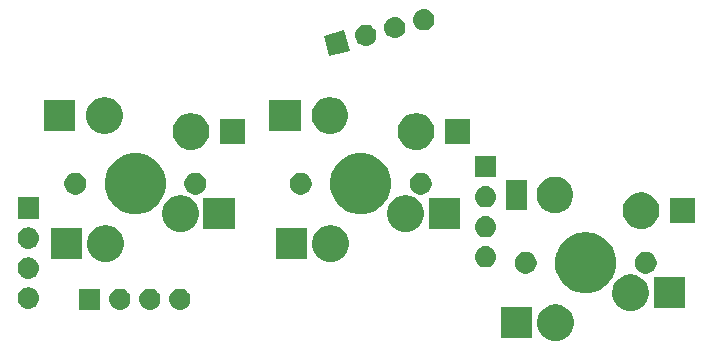
<source format=gbr>
G04 #@! TF.GenerationSoftware,KiCad,Pcbnew,(5.1.4)-1*
G04 #@! TF.CreationDate,2023-09-09T05:29:12-04:00*
G04 #@! TF.ProjectId,ThumbsUp,5468756d-6273-4557-902e-6b696361645f,rev?*
G04 #@! TF.SameCoordinates,Original*
G04 #@! TF.FileFunction,Soldermask,Bot*
G04 #@! TF.FilePolarity,Negative*
%FSLAX46Y46*%
G04 Gerber Fmt 4.6, Leading zero omitted, Abs format (unit mm)*
G04 Created by KiCad (PCBNEW (5.1.4)-1) date 2023-09-09 05:29:12*
%MOMM*%
%LPD*%
G04 APERTURE LIST*
%ADD10C,0.100000*%
G04 APERTURE END LIST*
D10*
G36*
X-117017415Y-466668802D02*
G01*
X-116867590Y-466698604D01*
X-116585326Y-466815521D01*
X-116331295Y-466985259D01*
X-116115259Y-467201295D01*
X-115945521Y-467455326D01*
X-115828604Y-467737590D01*
X-115769000Y-468037240D01*
X-115769000Y-468342760D01*
X-115828604Y-468642410D01*
X-115945521Y-468924674D01*
X-116115259Y-469178705D01*
X-116331295Y-469394741D01*
X-116585326Y-469564479D01*
X-116867590Y-469681396D01*
X-117017415Y-469711198D01*
X-117167239Y-469741000D01*
X-117472761Y-469741000D01*
X-117622585Y-469711198D01*
X-117772410Y-469681396D01*
X-118054674Y-469564479D01*
X-118308705Y-469394741D01*
X-118524741Y-469178705D01*
X-118694479Y-468924674D01*
X-118811396Y-468642410D01*
X-118871000Y-468342760D01*
X-118871000Y-468037240D01*
X-118811396Y-467737590D01*
X-118694479Y-467455326D01*
X-118524741Y-467201295D01*
X-118308705Y-466985259D01*
X-118054674Y-466815521D01*
X-117772410Y-466698604D01*
X-117622585Y-466668802D01*
X-117472761Y-466639000D01*
X-117167239Y-466639000D01*
X-117017415Y-466668802D01*
X-117017415Y-466668802D01*
G37*
G36*
X-119296000Y-469491000D02*
G01*
X-121948000Y-469491000D01*
X-121948000Y-466889000D01*
X-119296000Y-466889000D01*
X-119296000Y-469491000D01*
X-119296000Y-469491000D01*
G37*
G36*
X-110667415Y-464128802D02*
G01*
X-110517590Y-464158604D01*
X-110235326Y-464275521D01*
X-109981295Y-464445259D01*
X-109765259Y-464661295D01*
X-109595521Y-464915326D01*
X-109478604Y-465197590D01*
X-109459512Y-465293574D01*
X-109426863Y-465457707D01*
X-109419000Y-465497240D01*
X-109419000Y-465802760D01*
X-109478604Y-466102410D01*
X-109595521Y-466384674D01*
X-109765259Y-466638705D01*
X-109981295Y-466854741D01*
X-110235326Y-467024479D01*
X-110517590Y-467141396D01*
X-110667415Y-467171198D01*
X-110817239Y-467201000D01*
X-111122761Y-467201000D01*
X-111272585Y-467171198D01*
X-111422410Y-467141396D01*
X-111704674Y-467024479D01*
X-111958705Y-466854741D01*
X-112174741Y-466638705D01*
X-112344479Y-466384674D01*
X-112461396Y-466102410D01*
X-112521000Y-465802760D01*
X-112521000Y-465497240D01*
X-112513136Y-465457707D01*
X-112480488Y-465293574D01*
X-112461396Y-465197590D01*
X-112344479Y-464915326D01*
X-112174741Y-464661295D01*
X-111958705Y-464445259D01*
X-111704674Y-464275521D01*
X-111422410Y-464158604D01*
X-111272585Y-464128802D01*
X-111122761Y-464099000D01*
X-110817239Y-464099000D01*
X-110667415Y-464128802D01*
X-110667415Y-464128802D01*
G37*
G36*
X-149028888Y-465300092D02*
G01*
X-148962703Y-465306611D01*
X-148792864Y-465358131D01*
X-148636339Y-465441796D01*
X-148616953Y-465457706D01*
X-148499144Y-465554388D01*
X-148415882Y-465655845D01*
X-148386552Y-465691583D01*
X-148302887Y-465848108D01*
X-148251367Y-466017947D01*
X-148233971Y-466194574D01*
X-148251367Y-466371201D01*
X-148302887Y-466541040D01*
X-148386552Y-466697565D01*
X-148387405Y-466698604D01*
X-148499144Y-466834760D01*
X-148565237Y-466889000D01*
X-148636339Y-466947352D01*
X-148792864Y-467031017D01*
X-148962703Y-467082537D01*
X-149028888Y-467089056D01*
X-149095070Y-467095574D01*
X-149183590Y-467095574D01*
X-149249772Y-467089056D01*
X-149315957Y-467082537D01*
X-149485796Y-467031017D01*
X-149642321Y-466947352D01*
X-149713423Y-466889000D01*
X-149779516Y-466834760D01*
X-149891255Y-466698604D01*
X-149892108Y-466697565D01*
X-149975773Y-466541040D01*
X-150027293Y-466371201D01*
X-150044689Y-466194574D01*
X-150027293Y-466017947D01*
X-149975773Y-465848108D01*
X-149892108Y-465691583D01*
X-149862778Y-465655845D01*
X-149779516Y-465554388D01*
X-149661707Y-465457706D01*
X-149642321Y-465441796D01*
X-149485796Y-465358131D01*
X-149315957Y-465306611D01*
X-149249772Y-465300092D01*
X-149183590Y-465293574D01*
X-149095070Y-465293574D01*
X-149028888Y-465300092D01*
X-149028888Y-465300092D01*
G37*
G36*
X-151568888Y-465300092D02*
G01*
X-151502703Y-465306611D01*
X-151332864Y-465358131D01*
X-151176339Y-465441796D01*
X-151156953Y-465457706D01*
X-151039144Y-465554388D01*
X-150955882Y-465655845D01*
X-150926552Y-465691583D01*
X-150842887Y-465848108D01*
X-150791367Y-466017947D01*
X-150773971Y-466194574D01*
X-150791367Y-466371201D01*
X-150842887Y-466541040D01*
X-150926552Y-466697565D01*
X-150927405Y-466698604D01*
X-151039144Y-466834760D01*
X-151105237Y-466889000D01*
X-151176339Y-466947352D01*
X-151332864Y-467031017D01*
X-151502703Y-467082537D01*
X-151568888Y-467089056D01*
X-151635070Y-467095574D01*
X-151723590Y-467095574D01*
X-151789772Y-467089056D01*
X-151855957Y-467082537D01*
X-152025796Y-467031017D01*
X-152182321Y-466947352D01*
X-152253423Y-466889000D01*
X-152319516Y-466834760D01*
X-152431255Y-466698604D01*
X-152432108Y-466697565D01*
X-152515773Y-466541040D01*
X-152567293Y-466371201D01*
X-152584689Y-466194574D01*
X-152567293Y-466017947D01*
X-152515773Y-465848108D01*
X-152432108Y-465691583D01*
X-152402778Y-465655845D01*
X-152319516Y-465554388D01*
X-152201707Y-465457706D01*
X-152182321Y-465441796D01*
X-152025796Y-465358131D01*
X-151855957Y-465306611D01*
X-151789772Y-465300092D01*
X-151723590Y-465293574D01*
X-151635070Y-465293574D01*
X-151568888Y-465300092D01*
X-151568888Y-465300092D01*
G37*
G36*
X-154108888Y-465300092D02*
G01*
X-154042703Y-465306611D01*
X-153872864Y-465358131D01*
X-153716339Y-465441796D01*
X-153696953Y-465457706D01*
X-153579144Y-465554388D01*
X-153495882Y-465655845D01*
X-153466552Y-465691583D01*
X-153382887Y-465848108D01*
X-153331367Y-466017947D01*
X-153313971Y-466194574D01*
X-153331367Y-466371201D01*
X-153382887Y-466541040D01*
X-153466552Y-466697565D01*
X-153467405Y-466698604D01*
X-153579144Y-466834760D01*
X-153645237Y-466889000D01*
X-153716339Y-466947352D01*
X-153872864Y-467031017D01*
X-154042703Y-467082537D01*
X-154108888Y-467089056D01*
X-154175070Y-467095574D01*
X-154263590Y-467095574D01*
X-154329772Y-467089056D01*
X-154395957Y-467082537D01*
X-154565796Y-467031017D01*
X-154722321Y-466947352D01*
X-154793423Y-466889000D01*
X-154859516Y-466834760D01*
X-154971255Y-466698604D01*
X-154972108Y-466697565D01*
X-155055773Y-466541040D01*
X-155107293Y-466371201D01*
X-155124689Y-466194574D01*
X-155107293Y-466017947D01*
X-155055773Y-465848108D01*
X-154972108Y-465691583D01*
X-154942778Y-465655845D01*
X-154859516Y-465554388D01*
X-154741707Y-465457706D01*
X-154722321Y-465441796D01*
X-154565796Y-465358131D01*
X-154395957Y-465306611D01*
X-154329772Y-465300092D01*
X-154263590Y-465293574D01*
X-154175070Y-465293574D01*
X-154108888Y-465300092D01*
X-154108888Y-465300092D01*
G37*
G36*
X-155858330Y-467095574D02*
G01*
X-157660330Y-467095574D01*
X-157660330Y-465293574D01*
X-155858330Y-465293574D01*
X-155858330Y-467095574D01*
X-155858330Y-467095574D01*
G37*
G36*
X-161856177Y-465203411D02*
G01*
X-161789993Y-465209929D01*
X-161620154Y-465261449D01*
X-161463629Y-465345114D01*
X-161447768Y-465358131D01*
X-161326434Y-465457706D01*
X-161243172Y-465559163D01*
X-161213842Y-465594901D01*
X-161130177Y-465751426D01*
X-161078657Y-465921265D01*
X-161061261Y-466097892D01*
X-161078657Y-466274519D01*
X-161130177Y-466444358D01*
X-161213842Y-466600883D01*
X-161243172Y-466636621D01*
X-161326434Y-466738078D01*
X-161420800Y-466815521D01*
X-161463629Y-466850670D01*
X-161620154Y-466934335D01*
X-161789993Y-466985855D01*
X-161856178Y-466992374D01*
X-161922360Y-466998892D01*
X-162010880Y-466998892D01*
X-162077062Y-466992374D01*
X-162143247Y-466985855D01*
X-162313086Y-466934335D01*
X-162469611Y-466850670D01*
X-162512440Y-466815521D01*
X-162606806Y-466738078D01*
X-162690068Y-466636621D01*
X-162719398Y-466600883D01*
X-162803063Y-466444358D01*
X-162854583Y-466274519D01*
X-162871979Y-466097892D01*
X-162854583Y-465921265D01*
X-162803063Y-465751426D01*
X-162719398Y-465594901D01*
X-162690068Y-465559163D01*
X-162606806Y-465457706D01*
X-162485472Y-465358131D01*
X-162469611Y-465345114D01*
X-162313086Y-465261449D01*
X-162143247Y-465209929D01*
X-162077063Y-465203411D01*
X-162010880Y-465196892D01*
X-161922360Y-465196892D01*
X-161856177Y-465203411D01*
X-161856177Y-465203411D01*
G37*
G36*
X-106369000Y-466951000D02*
G01*
X-109021000Y-466951000D01*
X-109021000Y-464349000D01*
X-106369000Y-464349000D01*
X-106369000Y-466951000D01*
X-106369000Y-466951000D01*
G37*
G36*
X-114387018Y-460561702D02*
G01*
X-114028609Y-460632994D01*
X-113869501Y-460698899D01*
X-113559808Y-460827178D01*
X-113137896Y-461109090D01*
X-112779090Y-461467896D01*
X-112497178Y-461889808D01*
X-112411886Y-462095722D01*
X-112358447Y-462224733D01*
X-112302994Y-462358610D01*
X-112204000Y-462856285D01*
X-112204000Y-463363715D01*
X-112218210Y-463435155D01*
X-112302994Y-463861391D01*
X-112360580Y-464000415D01*
X-112497178Y-464330192D01*
X-112779090Y-464752104D01*
X-113137896Y-465110910D01*
X-113559808Y-465392822D01*
X-113811893Y-465497239D01*
X-114028609Y-465587006D01*
X-114526285Y-465686000D01*
X-115033715Y-465686000D01*
X-115531391Y-465587006D01*
X-115748107Y-465497239D01*
X-116000192Y-465392822D01*
X-116422104Y-465110910D01*
X-116780910Y-464752104D01*
X-117062822Y-464330192D01*
X-117199420Y-464000415D01*
X-117257006Y-463861391D01*
X-117341790Y-463435155D01*
X-117356000Y-463363715D01*
X-117356000Y-462856285D01*
X-117257006Y-462358610D01*
X-117201552Y-462224733D01*
X-117148114Y-462095722D01*
X-117062822Y-461889808D01*
X-116780910Y-461467896D01*
X-116422104Y-461109090D01*
X-116000192Y-460827178D01*
X-115690499Y-460698899D01*
X-115531391Y-460632994D01*
X-115172982Y-460561702D01*
X-115033715Y-460534000D01*
X-114526285Y-460534000D01*
X-114387018Y-460561702D01*
X-114387018Y-460561702D01*
G37*
G36*
X-161856178Y-462663410D02*
G01*
X-161789993Y-462669929D01*
X-161620154Y-462721449D01*
X-161463629Y-462805114D01*
X-161427891Y-462834444D01*
X-161326434Y-462917706D01*
X-161274116Y-462981457D01*
X-161213842Y-463054901D01*
X-161130177Y-463211426D01*
X-161078657Y-463381265D01*
X-161061261Y-463557892D01*
X-161078657Y-463734519D01*
X-161130177Y-463904358D01*
X-161213842Y-464060883D01*
X-161243172Y-464096621D01*
X-161326434Y-464198078D01*
X-161420800Y-464275521D01*
X-161463629Y-464310670D01*
X-161620154Y-464394335D01*
X-161789993Y-464445855D01*
X-161856177Y-464452373D01*
X-161922360Y-464458892D01*
X-162010880Y-464458892D01*
X-162077063Y-464452373D01*
X-162143247Y-464445855D01*
X-162313086Y-464394335D01*
X-162469611Y-464310670D01*
X-162512440Y-464275521D01*
X-162606806Y-464198078D01*
X-162690068Y-464096621D01*
X-162719398Y-464060883D01*
X-162803063Y-463904358D01*
X-162854583Y-463734519D01*
X-162871979Y-463557892D01*
X-162854583Y-463381265D01*
X-162803063Y-463211426D01*
X-162719398Y-463054901D01*
X-162659124Y-462981457D01*
X-162606806Y-462917706D01*
X-162505349Y-462834444D01*
X-162469611Y-462805114D01*
X-162313086Y-462721449D01*
X-162143247Y-462669929D01*
X-162077062Y-462663410D01*
X-162010880Y-462656892D01*
X-161922360Y-462656892D01*
X-161856178Y-462663410D01*
X-161856178Y-462663410D01*
G37*
G36*
X-109429896Y-462219585D02*
G01*
X-109261374Y-462289389D01*
X-109109709Y-462390728D01*
X-108980728Y-462519709D01*
X-108879389Y-462671374D01*
X-108809585Y-462839896D01*
X-108774000Y-463018797D01*
X-108774000Y-463201203D01*
X-108809585Y-463380104D01*
X-108879389Y-463548626D01*
X-108980728Y-463700291D01*
X-109109709Y-463829272D01*
X-109261374Y-463930611D01*
X-109429896Y-464000415D01*
X-109608797Y-464036000D01*
X-109791203Y-464036000D01*
X-109970104Y-464000415D01*
X-110138626Y-463930611D01*
X-110290291Y-463829272D01*
X-110419272Y-463700291D01*
X-110520611Y-463548626D01*
X-110590415Y-463380104D01*
X-110626000Y-463201203D01*
X-110626000Y-463018797D01*
X-110590415Y-462839896D01*
X-110520611Y-462671374D01*
X-110419272Y-462519709D01*
X-110290291Y-462390728D01*
X-110138626Y-462289389D01*
X-109970104Y-462219585D01*
X-109791203Y-462184000D01*
X-109608797Y-462184000D01*
X-109429896Y-462219585D01*
X-109429896Y-462219585D01*
G37*
G36*
X-119589896Y-462219585D02*
G01*
X-119421374Y-462289389D01*
X-119269709Y-462390728D01*
X-119140728Y-462519709D01*
X-119039389Y-462671374D01*
X-118969585Y-462839896D01*
X-118934000Y-463018797D01*
X-118934000Y-463201203D01*
X-118969585Y-463380104D01*
X-119039389Y-463548626D01*
X-119140728Y-463700291D01*
X-119269709Y-463829272D01*
X-119421374Y-463930611D01*
X-119589896Y-464000415D01*
X-119768797Y-464036000D01*
X-119951203Y-464036000D01*
X-120130104Y-464000415D01*
X-120298626Y-463930611D01*
X-120450291Y-463829272D01*
X-120579272Y-463700291D01*
X-120680611Y-463548626D01*
X-120750415Y-463380104D01*
X-120786000Y-463201203D01*
X-120786000Y-463018797D01*
X-120750415Y-462839896D01*
X-120680611Y-462671374D01*
X-120579272Y-462519709D01*
X-120450291Y-462390728D01*
X-120298626Y-462289389D01*
X-120130104Y-462219585D01*
X-119951203Y-462184000D01*
X-119768797Y-462184000D01*
X-119589896Y-462219585D01*
X-119589896Y-462219585D01*
G37*
G36*
X-123137698Y-461704232D02*
G01*
X-123071514Y-461710750D01*
X-122901675Y-461762270D01*
X-122745150Y-461845935D01*
X-122734916Y-461854334D01*
X-122607955Y-461958527D01*
X-122524693Y-462059984D01*
X-122495363Y-462095722D01*
X-122411698Y-462252247D01*
X-122360178Y-462422086D01*
X-122342782Y-462598713D01*
X-122360178Y-462775340D01*
X-122411698Y-462945179D01*
X-122495363Y-463101704D01*
X-122524693Y-463137442D01*
X-122607955Y-463238899D01*
X-122709412Y-463322161D01*
X-122745150Y-463351491D01*
X-122901675Y-463435156D01*
X-123071514Y-463486676D01*
X-123137699Y-463493195D01*
X-123203881Y-463499713D01*
X-123292401Y-463499713D01*
X-123358583Y-463493195D01*
X-123424768Y-463486676D01*
X-123594607Y-463435156D01*
X-123751132Y-463351491D01*
X-123786870Y-463322161D01*
X-123888327Y-463238899D01*
X-123971589Y-463137442D01*
X-124000919Y-463101704D01*
X-124084584Y-462945179D01*
X-124136104Y-462775340D01*
X-124153500Y-462598713D01*
X-124136104Y-462422086D01*
X-124084584Y-462252247D01*
X-124000919Y-462095722D01*
X-123971589Y-462059984D01*
X-123888327Y-461958527D01*
X-123761366Y-461854334D01*
X-123751132Y-461845935D01*
X-123594607Y-461762270D01*
X-123424768Y-461710750D01*
X-123358584Y-461704232D01*
X-123292401Y-461697713D01*
X-123203881Y-461697713D01*
X-123137698Y-461704232D01*
X-123137698Y-461704232D01*
G37*
G36*
X-136067415Y-459968863D02*
G01*
X-135917590Y-459998665D01*
X-135635326Y-460115582D01*
X-135381295Y-460285320D01*
X-135165259Y-460501356D01*
X-134995521Y-460755387D01*
X-134878604Y-461037651D01*
X-134878604Y-461037652D01*
X-134819000Y-461337300D01*
X-134819000Y-461642822D01*
X-134822035Y-461658078D01*
X-134878604Y-461942471D01*
X-134995521Y-462224735D01*
X-135165259Y-462478766D01*
X-135381295Y-462694802D01*
X-135635326Y-462864540D01*
X-135917590Y-462981457D01*
X-136067415Y-463011259D01*
X-136217239Y-463041061D01*
X-136522761Y-463041061D01*
X-136672585Y-463011259D01*
X-136822410Y-462981457D01*
X-137104674Y-462864540D01*
X-137358705Y-462694802D01*
X-137574741Y-462478766D01*
X-137744479Y-462224735D01*
X-137861396Y-461942471D01*
X-137917965Y-461658078D01*
X-137921000Y-461642822D01*
X-137921000Y-461337300D01*
X-137861396Y-461037652D01*
X-137861396Y-461037651D01*
X-137744479Y-460755387D01*
X-137574741Y-460501356D01*
X-137358705Y-460285320D01*
X-137104674Y-460115582D01*
X-136822410Y-459998665D01*
X-136672585Y-459968863D01*
X-136522761Y-459939061D01*
X-136217239Y-459939061D01*
X-136067415Y-459968863D01*
X-136067415Y-459968863D01*
G37*
G36*
X-155131369Y-459968863D02*
G01*
X-154981544Y-459998665D01*
X-154699280Y-460115582D01*
X-154445249Y-460285320D01*
X-154229213Y-460501356D01*
X-154059475Y-460755387D01*
X-153942558Y-461037651D01*
X-153942558Y-461037652D01*
X-153882954Y-461337300D01*
X-153882954Y-461642822D01*
X-153885989Y-461658078D01*
X-153942558Y-461942471D01*
X-154059475Y-462224735D01*
X-154229213Y-462478766D01*
X-154445249Y-462694802D01*
X-154699280Y-462864540D01*
X-154981544Y-462981457D01*
X-155131369Y-463011259D01*
X-155281193Y-463041061D01*
X-155586715Y-463041061D01*
X-155736539Y-463011259D01*
X-155886364Y-462981457D01*
X-156168628Y-462864540D01*
X-156422659Y-462694802D01*
X-156638695Y-462478766D01*
X-156808433Y-462224735D01*
X-156925350Y-461942471D01*
X-156981919Y-461658078D01*
X-156984954Y-461642822D01*
X-156984954Y-461337300D01*
X-156925350Y-461037652D01*
X-156925350Y-461037651D01*
X-156808433Y-460755387D01*
X-156638695Y-460501356D01*
X-156422659Y-460285320D01*
X-156168628Y-460115582D01*
X-155886364Y-459998665D01*
X-155736539Y-459968863D01*
X-155586715Y-459939061D01*
X-155281193Y-459939061D01*
X-155131369Y-459968863D01*
X-155131369Y-459968863D01*
G37*
G36*
X-138346000Y-462791061D02*
G01*
X-140998000Y-462791061D01*
X-140998000Y-460189061D01*
X-138346000Y-460189061D01*
X-138346000Y-462791061D01*
X-138346000Y-462791061D01*
G37*
G36*
X-157409954Y-462791061D02*
G01*
X-160061954Y-462791061D01*
X-160061954Y-460189061D01*
X-157409954Y-460189061D01*
X-157409954Y-462791061D01*
X-157409954Y-462791061D01*
G37*
G36*
X-161856178Y-460123410D02*
G01*
X-161789993Y-460129929D01*
X-161620154Y-460181449D01*
X-161463629Y-460265114D01*
X-161439008Y-460285320D01*
X-161326434Y-460377706D01*
X-161274116Y-460441457D01*
X-161213842Y-460514901D01*
X-161130177Y-460671426D01*
X-161078657Y-460841265D01*
X-161061261Y-461017892D01*
X-161078657Y-461194519D01*
X-161130177Y-461364358D01*
X-161213842Y-461520883D01*
X-161243172Y-461556621D01*
X-161326434Y-461658078D01*
X-161427891Y-461741340D01*
X-161463629Y-461770670D01*
X-161620154Y-461854335D01*
X-161789993Y-461905855D01*
X-161856178Y-461912374D01*
X-161922360Y-461918892D01*
X-162010880Y-461918892D01*
X-162077062Y-461912374D01*
X-162143247Y-461905855D01*
X-162313086Y-461854335D01*
X-162469611Y-461770670D01*
X-162505349Y-461741340D01*
X-162606806Y-461658078D01*
X-162690068Y-461556621D01*
X-162719398Y-461520883D01*
X-162803063Y-461364358D01*
X-162854583Y-461194519D01*
X-162871979Y-461017892D01*
X-162854583Y-460841265D01*
X-162803063Y-460671426D01*
X-162719398Y-460514901D01*
X-162659124Y-460441457D01*
X-162606806Y-460377706D01*
X-162494232Y-460285320D01*
X-162469611Y-460265114D01*
X-162313086Y-460181449D01*
X-162143247Y-460129929D01*
X-162077062Y-460123410D01*
X-162010880Y-460116892D01*
X-161922360Y-460116892D01*
X-161856178Y-460123410D01*
X-161856178Y-460123410D01*
G37*
G36*
X-123137698Y-459164232D02*
G01*
X-123071514Y-459170750D01*
X-122901675Y-459222270D01*
X-122745150Y-459305935D01*
X-122709412Y-459335265D01*
X-122607955Y-459418527D01*
X-122524693Y-459519984D01*
X-122495363Y-459555722D01*
X-122411698Y-459712247D01*
X-122360178Y-459882086D01*
X-122342782Y-460058713D01*
X-122360178Y-460235340D01*
X-122411698Y-460405179D01*
X-122495363Y-460561704D01*
X-122524693Y-460597442D01*
X-122607955Y-460698899D01*
X-122709412Y-460782161D01*
X-122745150Y-460811491D01*
X-122901675Y-460895156D01*
X-123071514Y-460946676D01*
X-123137699Y-460953195D01*
X-123203881Y-460959713D01*
X-123292401Y-460959713D01*
X-123358583Y-460953195D01*
X-123424768Y-460946676D01*
X-123594607Y-460895156D01*
X-123751132Y-460811491D01*
X-123786870Y-460782161D01*
X-123888327Y-460698899D01*
X-123971589Y-460597442D01*
X-124000919Y-460561704D01*
X-124084584Y-460405179D01*
X-124136104Y-460235340D01*
X-124153500Y-460058713D01*
X-124136104Y-459882086D01*
X-124084584Y-459712247D01*
X-124000919Y-459555722D01*
X-123971589Y-459519984D01*
X-123888327Y-459418527D01*
X-123786870Y-459335265D01*
X-123751132Y-459305935D01*
X-123594607Y-459222270D01*
X-123424768Y-459170750D01*
X-123358584Y-459164232D01*
X-123292401Y-459157713D01*
X-123203881Y-459157713D01*
X-123137698Y-459164232D01*
X-123137698Y-459164232D01*
G37*
G36*
X-148781369Y-457428863D02*
G01*
X-148631544Y-457458665D01*
X-148349280Y-457575582D01*
X-148095249Y-457745320D01*
X-147879213Y-457961356D01*
X-147709475Y-458215387D01*
X-147592558Y-458497651D01*
X-147532954Y-458797301D01*
X-147532954Y-459102821D01*
X-147592558Y-459402471D01*
X-147709475Y-459684735D01*
X-147879213Y-459938766D01*
X-148095249Y-460154802D01*
X-148349280Y-460324540D01*
X-148631544Y-460441457D01*
X-148781369Y-460471259D01*
X-148931193Y-460501061D01*
X-149236715Y-460501061D01*
X-149386539Y-460471259D01*
X-149536364Y-460441457D01*
X-149818628Y-460324540D01*
X-150072659Y-460154802D01*
X-150288695Y-459938766D01*
X-150458433Y-459684735D01*
X-150575350Y-459402471D01*
X-150634954Y-459102821D01*
X-150634954Y-458797301D01*
X-150575350Y-458497651D01*
X-150458433Y-458215387D01*
X-150288695Y-457961356D01*
X-150072659Y-457745320D01*
X-149818628Y-457575582D01*
X-149536364Y-457458665D01*
X-149386539Y-457428863D01*
X-149236715Y-457399061D01*
X-148931193Y-457399061D01*
X-148781369Y-457428863D01*
X-148781369Y-457428863D01*
G37*
G36*
X-129717415Y-457428863D02*
G01*
X-129567590Y-457458665D01*
X-129285326Y-457575582D01*
X-129031295Y-457745320D01*
X-128815259Y-457961356D01*
X-128645521Y-458215387D01*
X-128528604Y-458497651D01*
X-128469000Y-458797301D01*
X-128469000Y-459102821D01*
X-128528604Y-459402471D01*
X-128645521Y-459684735D01*
X-128815259Y-459938766D01*
X-129031295Y-460154802D01*
X-129285326Y-460324540D01*
X-129567590Y-460441457D01*
X-129717415Y-460471259D01*
X-129867239Y-460501061D01*
X-130172761Y-460501061D01*
X-130322585Y-460471259D01*
X-130472410Y-460441457D01*
X-130754674Y-460324540D01*
X-131008705Y-460154802D01*
X-131224741Y-459938766D01*
X-131394479Y-459684735D01*
X-131511396Y-459402471D01*
X-131571000Y-459102821D01*
X-131571000Y-458797301D01*
X-131511396Y-458497651D01*
X-131394479Y-458215387D01*
X-131224741Y-457961356D01*
X-131008705Y-457745320D01*
X-130754674Y-457575582D01*
X-130472410Y-457458665D01*
X-130322585Y-457428863D01*
X-130172761Y-457399061D01*
X-129867239Y-457399061D01*
X-129717415Y-457428863D01*
X-129717415Y-457428863D01*
G37*
G36*
X-109777415Y-457188802D02*
G01*
X-109627590Y-457218604D01*
X-109345326Y-457335521D01*
X-109091295Y-457505259D01*
X-108875259Y-457721295D01*
X-108705521Y-457975326D01*
X-108588604Y-458257590D01*
X-108588604Y-458257591D01*
X-108529000Y-458557239D01*
X-108529000Y-458862761D01*
X-108553526Y-458986061D01*
X-108588604Y-459162410D01*
X-108705521Y-459444674D01*
X-108875259Y-459698705D01*
X-109091295Y-459914741D01*
X-109345326Y-460084479D01*
X-109627590Y-460201396D01*
X-109777415Y-460231198D01*
X-109927239Y-460261000D01*
X-110232761Y-460261000D01*
X-110382585Y-460231198D01*
X-110532410Y-460201396D01*
X-110814674Y-460084479D01*
X-111068705Y-459914741D01*
X-111284741Y-459698705D01*
X-111454479Y-459444674D01*
X-111571396Y-459162410D01*
X-111606474Y-458986061D01*
X-111631000Y-458862761D01*
X-111631000Y-458557239D01*
X-111571396Y-458257591D01*
X-111571396Y-458257590D01*
X-111454479Y-457975326D01*
X-111284741Y-457721295D01*
X-111068705Y-457505259D01*
X-110814674Y-457335521D01*
X-110532410Y-457218604D01*
X-110382585Y-457188802D01*
X-110232761Y-457159000D01*
X-109927239Y-457159000D01*
X-109777415Y-457188802D01*
X-109777415Y-457188802D01*
G37*
G36*
X-144482954Y-460251061D02*
G01*
X-147134954Y-460251061D01*
X-147134954Y-457649061D01*
X-144482954Y-457649061D01*
X-144482954Y-460251061D01*
X-144482954Y-460251061D01*
G37*
G36*
X-125419000Y-460251061D02*
G01*
X-128071000Y-460251061D01*
X-128071000Y-457649061D01*
X-125419000Y-457649061D01*
X-125419000Y-460251061D01*
X-125419000Y-460251061D01*
G37*
G36*
X-105529000Y-459761000D02*
G01*
X-107631000Y-459761000D01*
X-107631000Y-457659000D01*
X-105529000Y-457659000D01*
X-105529000Y-459761000D01*
X-105529000Y-459761000D01*
G37*
G36*
X-161065620Y-459378892D02*
G01*
X-162867620Y-459378892D01*
X-162867620Y-457576892D01*
X-161065620Y-457576892D01*
X-161065620Y-459378892D01*
X-161065620Y-459378892D01*
G37*
G36*
X-133078609Y-453933055D02*
G01*
X-132884425Y-454013489D01*
X-132609808Y-454127239D01*
X-132187896Y-454409151D01*
X-131829090Y-454767957D01*
X-131547178Y-455189869D01*
X-131433428Y-455464486D01*
X-131352994Y-455658670D01*
X-131254000Y-456156347D01*
X-131254000Y-456663775D01*
X-131352994Y-457161452D01*
X-131410580Y-457300476D01*
X-131547178Y-457630253D01*
X-131829090Y-458052165D01*
X-132187896Y-458410971D01*
X-132609808Y-458692883D01*
X-132861893Y-458797300D01*
X-133078609Y-458887067D01*
X-133576285Y-458986061D01*
X-134083715Y-458986061D01*
X-134581391Y-458887067D01*
X-134798107Y-458797300D01*
X-135050192Y-458692883D01*
X-135472104Y-458410971D01*
X-135830910Y-458052165D01*
X-136112822Y-457630253D01*
X-136249420Y-457300476D01*
X-136307006Y-457161452D01*
X-136406000Y-456663775D01*
X-136406000Y-456156347D01*
X-136307006Y-455658670D01*
X-136226572Y-455464486D01*
X-136112822Y-455189869D01*
X-135830910Y-454767957D01*
X-135472104Y-454409151D01*
X-135050192Y-454127239D01*
X-134775575Y-454013489D01*
X-134581391Y-453933055D01*
X-134083715Y-453834061D01*
X-133576285Y-453834061D01*
X-133078609Y-453933055D01*
X-133078609Y-453933055D01*
G37*
G36*
X-152142563Y-453933055D02*
G01*
X-151948379Y-454013489D01*
X-151673762Y-454127239D01*
X-151251850Y-454409151D01*
X-150893044Y-454767957D01*
X-150611132Y-455189869D01*
X-150497382Y-455464486D01*
X-150416948Y-455658670D01*
X-150317954Y-456156347D01*
X-150317954Y-456663775D01*
X-150416948Y-457161452D01*
X-150474534Y-457300476D01*
X-150611132Y-457630253D01*
X-150893044Y-458052165D01*
X-151251850Y-458410971D01*
X-151673762Y-458692883D01*
X-151925847Y-458797300D01*
X-152142563Y-458887067D01*
X-152640239Y-458986061D01*
X-153147669Y-458986061D01*
X-153645345Y-458887067D01*
X-153862061Y-458797300D01*
X-154114146Y-458692883D01*
X-154536058Y-458410971D01*
X-154894864Y-458052165D01*
X-155176776Y-457630253D01*
X-155313374Y-457300476D01*
X-155370960Y-457161452D01*
X-155469954Y-456663775D01*
X-155469954Y-456156347D01*
X-155370960Y-455658670D01*
X-155290526Y-455464486D01*
X-155176776Y-455189869D01*
X-154894864Y-454767957D01*
X-154536058Y-454409151D01*
X-154114146Y-454127239D01*
X-153839529Y-454013489D01*
X-153645345Y-453933055D01*
X-153147669Y-453834061D01*
X-152640239Y-453834061D01*
X-152142563Y-453933055D01*
X-152142563Y-453933055D01*
G37*
G36*
X-117173095Y-455819770D02*
G01*
X-116927590Y-455868604D01*
X-116645326Y-455985521D01*
X-116391295Y-456155259D01*
X-116175259Y-456371295D01*
X-116005521Y-456625326D01*
X-115900642Y-456878528D01*
X-115888604Y-456907591D01*
X-115835960Y-457172247D01*
X-115829000Y-457207240D01*
X-115829000Y-457512760D01*
X-115888604Y-457812410D01*
X-116005521Y-458094674D01*
X-116175259Y-458348705D01*
X-116391295Y-458564741D01*
X-116645326Y-458734479D01*
X-116927590Y-458851396D01*
X-116984721Y-458862760D01*
X-117227239Y-458911000D01*
X-117532761Y-458911000D01*
X-117775279Y-458862760D01*
X-117832410Y-458851396D01*
X-118114674Y-458734479D01*
X-118368705Y-458564741D01*
X-118584741Y-458348705D01*
X-118754479Y-458094674D01*
X-118871396Y-457812410D01*
X-118931000Y-457512760D01*
X-118931000Y-457207240D01*
X-118924039Y-457172247D01*
X-118871396Y-456907591D01*
X-118859358Y-456878528D01*
X-118754479Y-456625326D01*
X-118584741Y-456371295D01*
X-118368705Y-456155259D01*
X-118114674Y-455985521D01*
X-117832410Y-455868604D01*
X-117586905Y-455819770D01*
X-117532761Y-455809000D01*
X-117227239Y-455809000D01*
X-117173095Y-455819770D01*
X-117173095Y-455819770D01*
G37*
G36*
X-119729000Y-458681000D02*
G01*
X-121531000Y-458681000D01*
X-121531000Y-456079000D01*
X-119729000Y-456079000D01*
X-119729000Y-458681000D01*
X-119729000Y-458681000D01*
G37*
G36*
X-123137699Y-456624231D02*
G01*
X-123071514Y-456630750D01*
X-122901675Y-456682270D01*
X-122745150Y-456765935D01*
X-122709412Y-456795265D01*
X-122607955Y-456878527D01*
X-122524693Y-456979984D01*
X-122495363Y-457015722D01*
X-122411698Y-457172247D01*
X-122360178Y-457342086D01*
X-122342782Y-457518713D01*
X-122360178Y-457695340D01*
X-122411698Y-457865179D01*
X-122495363Y-458021704D01*
X-122520362Y-458052165D01*
X-122607955Y-458158899D01*
X-122709412Y-458242161D01*
X-122745150Y-458271491D01*
X-122901675Y-458355156D01*
X-123071514Y-458406676D01*
X-123115123Y-458410971D01*
X-123203881Y-458419713D01*
X-123292401Y-458419713D01*
X-123381159Y-458410971D01*
X-123424768Y-458406676D01*
X-123594607Y-458355156D01*
X-123751132Y-458271491D01*
X-123786870Y-458242161D01*
X-123888327Y-458158899D01*
X-123975920Y-458052165D01*
X-124000919Y-458021704D01*
X-124084584Y-457865179D01*
X-124136104Y-457695340D01*
X-124153500Y-457518713D01*
X-124136104Y-457342086D01*
X-124084584Y-457172247D01*
X-124000919Y-457015722D01*
X-123971589Y-456979984D01*
X-123888327Y-456878527D01*
X-123786870Y-456795265D01*
X-123751132Y-456765935D01*
X-123594607Y-456682270D01*
X-123424768Y-456630750D01*
X-123358583Y-456624231D01*
X-123292401Y-456617713D01*
X-123203881Y-456617713D01*
X-123137699Y-456624231D01*
X-123137699Y-456624231D01*
G37*
G36*
X-157703850Y-455519646D02*
G01*
X-157535328Y-455589450D01*
X-157383663Y-455690789D01*
X-157254682Y-455819770D01*
X-157153343Y-455971435D01*
X-157083539Y-456139957D01*
X-157047954Y-456318858D01*
X-157047954Y-456501264D01*
X-157083539Y-456680165D01*
X-157153343Y-456848687D01*
X-157254682Y-457000352D01*
X-157383663Y-457129333D01*
X-157535328Y-457230672D01*
X-157703850Y-457300476D01*
X-157882751Y-457336061D01*
X-158065157Y-457336061D01*
X-158244058Y-457300476D01*
X-158412580Y-457230672D01*
X-158564245Y-457129333D01*
X-158693226Y-457000352D01*
X-158794565Y-456848687D01*
X-158864369Y-456680165D01*
X-158899954Y-456501264D01*
X-158899954Y-456318858D01*
X-158864369Y-456139957D01*
X-158794565Y-455971435D01*
X-158693226Y-455819770D01*
X-158564245Y-455690789D01*
X-158412580Y-455589450D01*
X-158244058Y-455519646D01*
X-158065157Y-455484061D01*
X-157882751Y-455484061D01*
X-157703850Y-455519646D01*
X-157703850Y-455519646D01*
G37*
G36*
X-147543850Y-455519646D02*
G01*
X-147375328Y-455589450D01*
X-147223663Y-455690789D01*
X-147094682Y-455819770D01*
X-146993343Y-455971435D01*
X-146923539Y-456139957D01*
X-146887954Y-456318858D01*
X-146887954Y-456501264D01*
X-146923539Y-456680165D01*
X-146993343Y-456848687D01*
X-147094682Y-457000352D01*
X-147223663Y-457129333D01*
X-147375328Y-457230672D01*
X-147543850Y-457300476D01*
X-147722751Y-457336061D01*
X-147905157Y-457336061D01*
X-148084058Y-457300476D01*
X-148252580Y-457230672D01*
X-148404245Y-457129333D01*
X-148533226Y-457000352D01*
X-148634565Y-456848687D01*
X-148704369Y-456680165D01*
X-148739954Y-456501264D01*
X-148739954Y-456318858D01*
X-148704369Y-456139957D01*
X-148634565Y-455971435D01*
X-148533226Y-455819770D01*
X-148404245Y-455690789D01*
X-148252580Y-455589450D01*
X-148084058Y-455519646D01*
X-147905157Y-455484061D01*
X-147722751Y-455484061D01*
X-147543850Y-455519646D01*
X-147543850Y-455519646D01*
G37*
G36*
X-128479896Y-455519646D02*
G01*
X-128311374Y-455589450D01*
X-128159709Y-455690789D01*
X-128030728Y-455819770D01*
X-127929389Y-455971435D01*
X-127859585Y-456139957D01*
X-127824000Y-456318858D01*
X-127824000Y-456501264D01*
X-127859585Y-456680165D01*
X-127929389Y-456848687D01*
X-128030728Y-457000352D01*
X-128159709Y-457129333D01*
X-128311374Y-457230672D01*
X-128479896Y-457300476D01*
X-128658797Y-457336061D01*
X-128841203Y-457336061D01*
X-129020104Y-457300476D01*
X-129188626Y-457230672D01*
X-129340291Y-457129333D01*
X-129469272Y-457000352D01*
X-129570611Y-456848687D01*
X-129640415Y-456680165D01*
X-129676000Y-456501264D01*
X-129676000Y-456318858D01*
X-129640415Y-456139957D01*
X-129570611Y-455971435D01*
X-129469272Y-455819770D01*
X-129340291Y-455690789D01*
X-129188626Y-455589450D01*
X-129020104Y-455519646D01*
X-128841203Y-455484061D01*
X-128658797Y-455484061D01*
X-128479896Y-455519646D01*
X-128479896Y-455519646D01*
G37*
G36*
X-138639896Y-455519646D02*
G01*
X-138471374Y-455589450D01*
X-138319709Y-455690789D01*
X-138190728Y-455819770D01*
X-138089389Y-455971435D01*
X-138019585Y-456139957D01*
X-137984000Y-456318858D01*
X-137984000Y-456501264D01*
X-138019585Y-456680165D01*
X-138089389Y-456848687D01*
X-138190728Y-457000352D01*
X-138319709Y-457129333D01*
X-138471374Y-457230672D01*
X-138639896Y-457300476D01*
X-138818797Y-457336061D01*
X-139001203Y-457336061D01*
X-139180104Y-457300476D01*
X-139348626Y-457230672D01*
X-139500291Y-457129333D01*
X-139629272Y-457000352D01*
X-139730611Y-456848687D01*
X-139800415Y-456680165D01*
X-139836000Y-456501264D01*
X-139836000Y-456318858D01*
X-139800415Y-456139957D01*
X-139730611Y-455971435D01*
X-139629272Y-455819770D01*
X-139500291Y-455690789D01*
X-139348626Y-455589450D01*
X-139180104Y-455519646D01*
X-139001203Y-455484061D01*
X-138818797Y-455484061D01*
X-138639896Y-455519646D01*
X-138639896Y-455519646D01*
G37*
G36*
X-122347141Y-455879713D02*
G01*
X-124149141Y-455879713D01*
X-124149141Y-454077713D01*
X-122347141Y-454077713D01*
X-122347141Y-455879713D01*
X-122347141Y-455879713D01*
G37*
G36*
X-128827415Y-450488863D02*
G01*
X-128677590Y-450518665D01*
X-128395326Y-450635582D01*
X-128141295Y-450805320D01*
X-127925259Y-451021356D01*
X-127755521Y-451275387D01*
X-127706087Y-451394733D01*
X-127638604Y-451557652D01*
X-127579000Y-451857300D01*
X-127579000Y-452162822D01*
X-127608802Y-452312646D01*
X-127638604Y-452462471D01*
X-127755521Y-452744735D01*
X-127925259Y-452998766D01*
X-128141295Y-453214802D01*
X-128395326Y-453384540D01*
X-128677590Y-453501457D01*
X-128827415Y-453531259D01*
X-128977239Y-453561061D01*
X-129282761Y-453561061D01*
X-129432585Y-453531259D01*
X-129582410Y-453501457D01*
X-129864674Y-453384540D01*
X-130118705Y-453214802D01*
X-130334741Y-452998766D01*
X-130504479Y-452744735D01*
X-130621396Y-452462471D01*
X-130651198Y-452312646D01*
X-130681000Y-452162822D01*
X-130681000Y-451857300D01*
X-130621396Y-451557652D01*
X-130553913Y-451394733D01*
X-130504479Y-451275387D01*
X-130334741Y-451021356D01*
X-130118705Y-450805320D01*
X-129864674Y-450635582D01*
X-129582410Y-450518665D01*
X-129432585Y-450488863D01*
X-129282761Y-450459061D01*
X-128977239Y-450459061D01*
X-128827415Y-450488863D01*
X-128827415Y-450488863D01*
G37*
G36*
X-147891369Y-450488863D02*
G01*
X-147741544Y-450518665D01*
X-147459280Y-450635582D01*
X-147205249Y-450805320D01*
X-146989213Y-451021356D01*
X-146819475Y-451275387D01*
X-146770041Y-451394733D01*
X-146702558Y-451557652D01*
X-146642954Y-451857300D01*
X-146642954Y-452162822D01*
X-146672756Y-452312646D01*
X-146702558Y-452462471D01*
X-146819475Y-452744735D01*
X-146989213Y-452998766D01*
X-147205249Y-453214802D01*
X-147459280Y-453384540D01*
X-147741544Y-453501457D01*
X-147891369Y-453531259D01*
X-148041193Y-453561061D01*
X-148346715Y-453561061D01*
X-148496539Y-453531259D01*
X-148646364Y-453501457D01*
X-148928628Y-453384540D01*
X-149182659Y-453214802D01*
X-149398695Y-452998766D01*
X-149568433Y-452744735D01*
X-149685350Y-452462471D01*
X-149715152Y-452312646D01*
X-149744954Y-452162822D01*
X-149744954Y-451857300D01*
X-149685350Y-451557652D01*
X-149617867Y-451394733D01*
X-149568433Y-451275387D01*
X-149398695Y-451021356D01*
X-149182659Y-450805320D01*
X-148928628Y-450635582D01*
X-148646364Y-450518665D01*
X-148496539Y-450488863D01*
X-148346715Y-450459061D01*
X-148041193Y-450459061D01*
X-147891369Y-450488863D01*
X-147891369Y-450488863D01*
G37*
G36*
X-124579000Y-453061061D02*
G01*
X-126681000Y-453061061D01*
X-126681000Y-450959061D01*
X-124579000Y-450959061D01*
X-124579000Y-453061061D01*
X-124579000Y-453061061D01*
G37*
G36*
X-143642954Y-453061061D02*
G01*
X-145744954Y-453061061D01*
X-145744954Y-450959061D01*
X-143642954Y-450959061D01*
X-143642954Y-453061061D01*
X-143642954Y-453061061D01*
G37*
G36*
X-136127415Y-449138863D02*
G01*
X-135977590Y-449168665D01*
X-135695326Y-449285582D01*
X-135441295Y-449455320D01*
X-135225259Y-449671356D01*
X-135055521Y-449925387D01*
X-134938604Y-450207651D01*
X-134938604Y-450207652D01*
X-134888595Y-450459061D01*
X-134879000Y-450507301D01*
X-134879000Y-450812821D01*
X-134938604Y-451112471D01*
X-135055521Y-451394735D01*
X-135225259Y-451648766D01*
X-135441295Y-451864802D01*
X-135695326Y-452034540D01*
X-135977590Y-452151457D01*
X-136034721Y-452162821D01*
X-136277239Y-452211061D01*
X-136582761Y-452211061D01*
X-136825279Y-452162821D01*
X-136882410Y-452151457D01*
X-137164674Y-452034540D01*
X-137418705Y-451864802D01*
X-137634741Y-451648766D01*
X-137804479Y-451394735D01*
X-137921396Y-451112471D01*
X-137981000Y-450812821D01*
X-137981000Y-450507301D01*
X-137971404Y-450459061D01*
X-137921396Y-450207652D01*
X-137921396Y-450207651D01*
X-137804479Y-449925387D01*
X-137634741Y-449671356D01*
X-137418705Y-449455320D01*
X-137164674Y-449285582D01*
X-136882410Y-449168665D01*
X-136732585Y-449138863D01*
X-136582761Y-449109061D01*
X-136277239Y-449109061D01*
X-136127415Y-449138863D01*
X-136127415Y-449138863D01*
G37*
G36*
X-155191369Y-449138863D02*
G01*
X-155041544Y-449168665D01*
X-154759280Y-449285582D01*
X-154505249Y-449455320D01*
X-154289213Y-449671356D01*
X-154119475Y-449925387D01*
X-154002558Y-450207651D01*
X-154002558Y-450207652D01*
X-153952549Y-450459061D01*
X-153942954Y-450507301D01*
X-153942954Y-450812821D01*
X-154002558Y-451112471D01*
X-154119475Y-451394735D01*
X-154289213Y-451648766D01*
X-154505249Y-451864802D01*
X-154759280Y-452034540D01*
X-155041544Y-452151457D01*
X-155098675Y-452162821D01*
X-155341193Y-452211061D01*
X-155646715Y-452211061D01*
X-155889233Y-452162821D01*
X-155946364Y-452151457D01*
X-156228628Y-452034540D01*
X-156482659Y-451864802D01*
X-156698695Y-451648766D01*
X-156868433Y-451394735D01*
X-156985350Y-451112471D01*
X-157044954Y-450812821D01*
X-157044954Y-450507301D01*
X-157035358Y-450459061D01*
X-156985350Y-450207652D01*
X-156985350Y-450207651D01*
X-156868433Y-449925387D01*
X-156698695Y-449671356D01*
X-156482659Y-449455320D01*
X-156228628Y-449285582D01*
X-155946364Y-449168665D01*
X-155796539Y-449138863D01*
X-155646715Y-449109061D01*
X-155341193Y-449109061D01*
X-155191369Y-449138863D01*
X-155191369Y-449138863D01*
G37*
G36*
X-157967954Y-451961061D02*
G01*
X-160619954Y-451961061D01*
X-160619954Y-449359061D01*
X-157967954Y-449359061D01*
X-157967954Y-451961061D01*
X-157967954Y-451961061D01*
G37*
G36*
X-138904000Y-451961061D02*
G01*
X-141556000Y-451961061D01*
X-141556000Y-449359061D01*
X-138904000Y-449359061D01*
X-138904000Y-451961061D01*
X-138904000Y-451961061D01*
G37*
G36*
X-134739724Y-445147694D02*
G01*
X-136480322Y-445614086D01*
X-136946714Y-443873488D01*
X-135206116Y-443407096D01*
X-134739724Y-445147694D01*
X-134739724Y-445147694D01*
G37*
G36*
X-133279325Y-442958709D02*
G01*
X-133213140Y-442965228D01*
X-133043301Y-443016748D01*
X-132886776Y-443100413D01*
X-132851038Y-443129743D01*
X-132749581Y-443213005D01*
X-132666319Y-443314462D01*
X-132636989Y-443350200D01*
X-132553324Y-443506725D01*
X-132501804Y-443676564D01*
X-132484408Y-443853191D01*
X-132501804Y-444029818D01*
X-132553324Y-444199657D01*
X-132636989Y-444356182D01*
X-132666319Y-444391920D01*
X-132749581Y-444493377D01*
X-132851038Y-444576639D01*
X-132886776Y-444605969D01*
X-133043301Y-444689634D01*
X-133213140Y-444741154D01*
X-133279325Y-444747673D01*
X-133345507Y-444754191D01*
X-133434027Y-444754191D01*
X-133500209Y-444747673D01*
X-133566394Y-444741154D01*
X-133736233Y-444689634D01*
X-133892758Y-444605969D01*
X-133928496Y-444576639D01*
X-134029953Y-444493377D01*
X-134113215Y-444391920D01*
X-134142545Y-444356182D01*
X-134226210Y-444199657D01*
X-134277730Y-444029818D01*
X-134295126Y-443853191D01*
X-134277730Y-443676564D01*
X-134226210Y-443506725D01*
X-134142545Y-443350200D01*
X-134113215Y-443314462D01*
X-134029953Y-443213005D01*
X-133928496Y-443129743D01*
X-133892758Y-443100413D01*
X-133736233Y-443016748D01*
X-133566394Y-442965228D01*
X-133500209Y-442958709D01*
X-133434027Y-442952191D01*
X-133345507Y-442952191D01*
X-133279325Y-442958709D01*
X-133279325Y-442958709D01*
G37*
G36*
X-130825873Y-442301309D02*
G01*
X-130759689Y-442307827D01*
X-130589850Y-442359347D01*
X-130433325Y-442443012D01*
X-130397587Y-442472342D01*
X-130296130Y-442555604D01*
X-130212868Y-442657061D01*
X-130183538Y-442692799D01*
X-130099873Y-442849324D01*
X-130048353Y-443019163D01*
X-130030957Y-443195790D01*
X-130048353Y-443372417D01*
X-130099873Y-443542256D01*
X-130183538Y-443698781D01*
X-130212868Y-443734519D01*
X-130296130Y-443835976D01*
X-130397587Y-443919238D01*
X-130433325Y-443948568D01*
X-130589850Y-444032233D01*
X-130759689Y-444083753D01*
X-130825874Y-444090272D01*
X-130892056Y-444096790D01*
X-130980576Y-444096790D01*
X-131046758Y-444090272D01*
X-131112943Y-444083753D01*
X-131282782Y-444032233D01*
X-131439307Y-443948568D01*
X-131475045Y-443919238D01*
X-131576502Y-443835976D01*
X-131659764Y-443734519D01*
X-131689094Y-443698781D01*
X-131772759Y-443542256D01*
X-131824279Y-443372417D01*
X-131841675Y-443195790D01*
X-131824279Y-443019163D01*
X-131772759Y-442849324D01*
X-131689094Y-442692799D01*
X-131659764Y-442657061D01*
X-131576502Y-442555604D01*
X-131475045Y-442472342D01*
X-131439307Y-442443012D01*
X-131282782Y-442359347D01*
X-131112943Y-442307827D01*
X-131046759Y-442301309D01*
X-130980576Y-442294790D01*
X-130892056Y-442294790D01*
X-130825873Y-442301309D01*
X-130825873Y-442301309D01*
G37*
G36*
X-128372421Y-441643909D02*
G01*
X-128306237Y-441650427D01*
X-128136398Y-441701947D01*
X-127979873Y-441785612D01*
X-127944135Y-441814942D01*
X-127842678Y-441898204D01*
X-127759416Y-441999661D01*
X-127730086Y-442035399D01*
X-127646421Y-442191924D01*
X-127594901Y-442361763D01*
X-127577505Y-442538390D01*
X-127594901Y-442715017D01*
X-127646421Y-442884856D01*
X-127730086Y-443041381D01*
X-127759416Y-443077119D01*
X-127842678Y-443178576D01*
X-127944135Y-443261838D01*
X-127979873Y-443291168D01*
X-128136398Y-443374833D01*
X-128306237Y-443426353D01*
X-128372422Y-443432872D01*
X-128438604Y-443439390D01*
X-128527124Y-443439390D01*
X-128593306Y-443432872D01*
X-128659491Y-443426353D01*
X-128829330Y-443374833D01*
X-128985855Y-443291168D01*
X-129021593Y-443261838D01*
X-129123050Y-443178576D01*
X-129206312Y-443077119D01*
X-129235642Y-443041381D01*
X-129319307Y-442884856D01*
X-129370827Y-442715017D01*
X-129388223Y-442538390D01*
X-129370827Y-442361763D01*
X-129319307Y-442191924D01*
X-129235642Y-442035399D01*
X-129206312Y-441999661D01*
X-129123050Y-441898204D01*
X-129021593Y-441814942D01*
X-128985855Y-441785612D01*
X-128829330Y-441701947D01*
X-128659491Y-441650427D01*
X-128593307Y-441643909D01*
X-128527124Y-441637390D01*
X-128438604Y-441637390D01*
X-128372421Y-441643909D01*
X-128372421Y-441643909D01*
G37*
M02*

</source>
